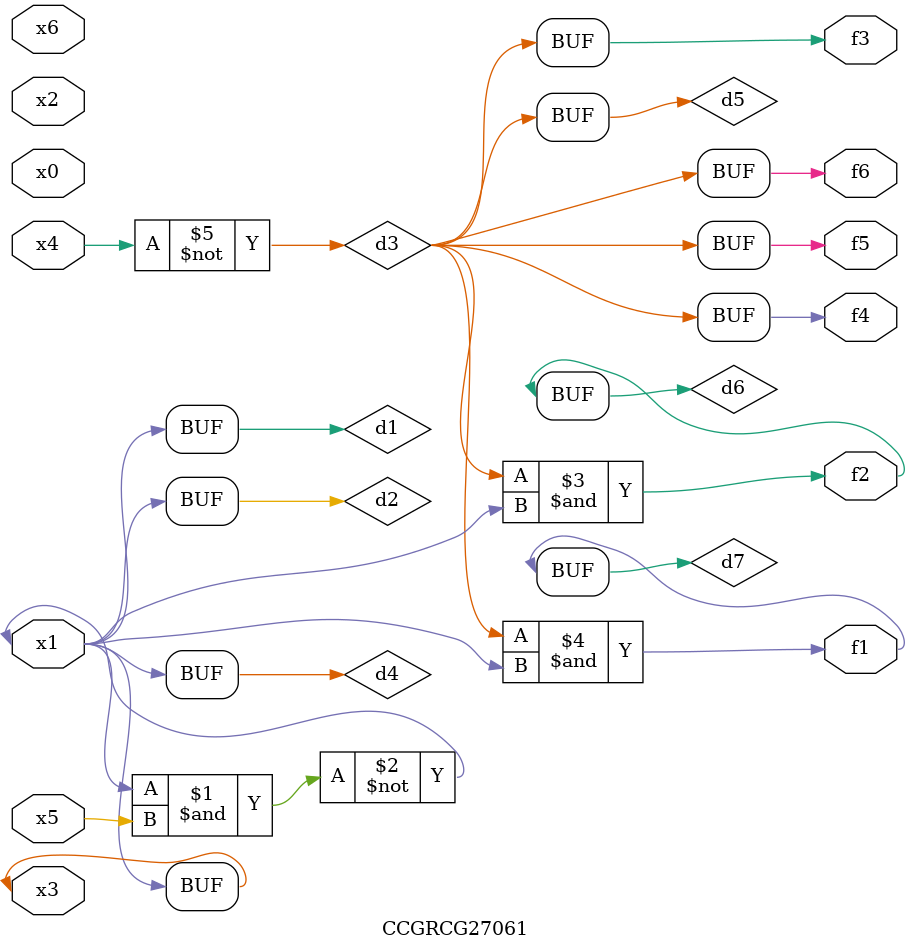
<source format=v>
module CCGRCG27061(
	input x0, x1, x2, x3, x4, x5, x6,
	output f1, f2, f3, f4, f5, f6
);

	wire d1, d2, d3, d4, d5, d6, d7;

	buf (d1, x1, x3);
	nand (d2, x1, x5);
	not (d3, x4);
	buf (d4, d1, d2);
	buf (d5, d3);
	and (d6, d3, d4);
	and (d7, d3, d4);
	assign f1 = d7;
	assign f2 = d6;
	assign f3 = d5;
	assign f4 = d5;
	assign f5 = d5;
	assign f6 = d5;
endmodule

</source>
